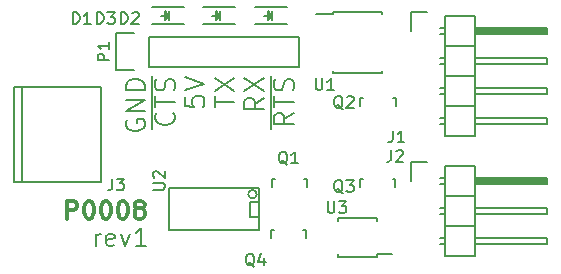
<source format=gto>
G04 #@! TF.FileFunction,Legend,Top*
%FSLAX46Y46*%
G04 Gerber Fmt 4.6, Leading zero omitted, Abs format (unit mm)*
G04 Created by KiCad (PCBNEW 4.0.1-stable) date 3/22/2016 7:23:55 PM*
%MOMM*%
G01*
G04 APERTURE LIST*
%ADD10C,0.100000*%
%ADD11C,0.203200*%
%ADD12C,0.300000*%
%ADD13C,0.150000*%
G04 APERTURE END LIST*
D10*
D11*
X162523714Y-100765429D02*
X162523714Y-99749429D01*
X162523714Y-100039714D02*
X162596286Y-99894571D01*
X162668857Y-99822000D01*
X162814000Y-99749429D01*
X162959143Y-99749429D01*
X164047715Y-100692857D02*
X163902572Y-100765429D01*
X163612286Y-100765429D01*
X163467143Y-100692857D01*
X163394572Y-100547714D01*
X163394572Y-99967143D01*
X163467143Y-99822000D01*
X163612286Y-99749429D01*
X163902572Y-99749429D01*
X164047715Y-99822000D01*
X164120286Y-99967143D01*
X164120286Y-100112286D01*
X163394572Y-100257429D01*
X164628286Y-99749429D02*
X164991143Y-100765429D01*
X165354001Y-99749429D01*
X166732858Y-100765429D02*
X165862001Y-100765429D01*
X166297429Y-100765429D02*
X166297429Y-99241429D01*
X166152286Y-99459143D01*
X166007144Y-99604286D01*
X165862001Y-99676857D01*
D12*
X160072001Y-98468571D02*
X160072001Y-96968571D01*
X160643429Y-96968571D01*
X160786287Y-97040000D01*
X160857715Y-97111429D01*
X160929144Y-97254286D01*
X160929144Y-97468571D01*
X160857715Y-97611429D01*
X160786287Y-97682857D01*
X160643429Y-97754286D01*
X160072001Y-97754286D01*
X161857715Y-96968571D02*
X162000572Y-96968571D01*
X162143429Y-97040000D01*
X162214858Y-97111429D01*
X162286287Y-97254286D01*
X162357715Y-97540000D01*
X162357715Y-97897143D01*
X162286287Y-98182857D01*
X162214858Y-98325714D01*
X162143429Y-98397143D01*
X162000572Y-98468571D01*
X161857715Y-98468571D01*
X161714858Y-98397143D01*
X161643429Y-98325714D01*
X161572001Y-98182857D01*
X161500572Y-97897143D01*
X161500572Y-97540000D01*
X161572001Y-97254286D01*
X161643429Y-97111429D01*
X161714858Y-97040000D01*
X161857715Y-96968571D01*
X163286286Y-96968571D02*
X163429143Y-96968571D01*
X163572000Y-97040000D01*
X163643429Y-97111429D01*
X163714858Y-97254286D01*
X163786286Y-97540000D01*
X163786286Y-97897143D01*
X163714858Y-98182857D01*
X163643429Y-98325714D01*
X163572000Y-98397143D01*
X163429143Y-98468571D01*
X163286286Y-98468571D01*
X163143429Y-98397143D01*
X163072000Y-98325714D01*
X163000572Y-98182857D01*
X162929143Y-97897143D01*
X162929143Y-97540000D01*
X163000572Y-97254286D01*
X163072000Y-97111429D01*
X163143429Y-97040000D01*
X163286286Y-96968571D01*
X164714857Y-96968571D02*
X164857714Y-96968571D01*
X165000571Y-97040000D01*
X165072000Y-97111429D01*
X165143429Y-97254286D01*
X165214857Y-97540000D01*
X165214857Y-97897143D01*
X165143429Y-98182857D01*
X165072000Y-98325714D01*
X165000571Y-98397143D01*
X164857714Y-98468571D01*
X164714857Y-98468571D01*
X164572000Y-98397143D01*
X164500571Y-98325714D01*
X164429143Y-98182857D01*
X164357714Y-97897143D01*
X164357714Y-97540000D01*
X164429143Y-97254286D01*
X164500571Y-97111429D01*
X164572000Y-97040000D01*
X164714857Y-96968571D01*
X166072000Y-97611429D02*
X165929142Y-97540000D01*
X165857714Y-97468571D01*
X165786285Y-97325714D01*
X165786285Y-97254286D01*
X165857714Y-97111429D01*
X165929142Y-97040000D01*
X166072000Y-96968571D01*
X166357714Y-96968571D01*
X166500571Y-97040000D01*
X166572000Y-97111429D01*
X166643428Y-97254286D01*
X166643428Y-97325714D01*
X166572000Y-97468571D01*
X166500571Y-97540000D01*
X166357714Y-97611429D01*
X166072000Y-97611429D01*
X165929142Y-97682857D01*
X165857714Y-97754286D01*
X165786285Y-97897143D01*
X165786285Y-98182857D01*
X165857714Y-98325714D01*
X165929142Y-98397143D01*
X166072000Y-98468571D01*
X166357714Y-98468571D01*
X166500571Y-98397143D01*
X166572000Y-98325714D01*
X166643428Y-98182857D01*
X166643428Y-97897143D01*
X166572000Y-97754286D01*
X166500571Y-97682857D01*
X166357714Y-97611429D01*
D11*
X165100000Y-90133714D02*
X165021381Y-90290952D01*
X165021381Y-90526809D01*
X165100000Y-90762667D01*
X165257238Y-90919905D01*
X165414476Y-90998524D01*
X165728952Y-91077143D01*
X165964810Y-91077143D01*
X166279286Y-90998524D01*
X166436524Y-90919905D01*
X166593762Y-90762667D01*
X166672381Y-90526809D01*
X166672381Y-90369571D01*
X166593762Y-90133714D01*
X166515143Y-90055095D01*
X165964810Y-90055095D01*
X165964810Y-90369571D01*
X166672381Y-89347524D02*
X165021381Y-89347524D01*
X166672381Y-88404095D01*
X165021381Y-88404095D01*
X166672381Y-87617905D02*
X165021381Y-87617905D01*
X165021381Y-87224810D01*
X165100000Y-86988952D01*
X165257238Y-86831714D01*
X165414476Y-86753095D01*
X165728952Y-86674476D01*
X165964810Y-86674476D01*
X166279286Y-86753095D01*
X166436524Y-86831714D01*
X166593762Y-86988952D01*
X166672381Y-87224810D01*
X166672381Y-87617905D01*
X169029743Y-89504762D02*
X169108362Y-89583381D01*
X169186981Y-89819238D01*
X169186981Y-89976476D01*
X169108362Y-90212334D01*
X168951124Y-90369572D01*
X168793886Y-90448191D01*
X168479410Y-90526810D01*
X168243552Y-90526810D01*
X167929076Y-90448191D01*
X167771838Y-90369572D01*
X167614600Y-90212334D01*
X167535981Y-89976476D01*
X167535981Y-89819238D01*
X167614600Y-89583381D01*
X167693219Y-89504762D01*
X167535981Y-89033048D02*
X167535981Y-88089619D01*
X169186981Y-88561334D02*
X167535981Y-88561334D01*
X169108362Y-87617905D02*
X169186981Y-87382048D01*
X169186981Y-86988952D01*
X169108362Y-86831714D01*
X169029743Y-86753095D01*
X168872505Y-86674476D01*
X168715267Y-86674476D01*
X168558029Y-86753095D01*
X168479410Y-86831714D01*
X168400790Y-86988952D01*
X168322171Y-87303429D01*
X168243552Y-87460667D01*
X168164933Y-87539286D01*
X168007695Y-87617905D01*
X167850457Y-87617905D01*
X167693219Y-87539286D01*
X167614600Y-87460667D01*
X167535981Y-87303429D01*
X167535981Y-86910333D01*
X167614600Y-86674476D01*
X167251380Y-90841286D02*
X167251380Y-86360000D01*
X170050581Y-88168238D02*
X170050581Y-88954429D01*
X170836771Y-89033048D01*
X170758152Y-88954429D01*
X170679533Y-88797191D01*
X170679533Y-88404095D01*
X170758152Y-88246857D01*
X170836771Y-88168238D01*
X170994010Y-88089619D01*
X171387105Y-88089619D01*
X171544343Y-88168238D01*
X171622962Y-88246857D01*
X171701581Y-88404095D01*
X171701581Y-88797191D01*
X171622962Y-88954429D01*
X171544343Y-89033048D01*
X170050581Y-87617905D02*
X171701581Y-87067572D01*
X170050581Y-86517238D01*
X172565181Y-89033048D02*
X172565181Y-88089619D01*
X174216181Y-88561334D02*
X172565181Y-88561334D01*
X172565181Y-87696524D02*
X174216181Y-86595857D01*
X172565181Y-86595857D02*
X174216181Y-87696524D01*
X176730781Y-88246857D02*
X175944590Y-88797191D01*
X176730781Y-89190286D02*
X175079781Y-89190286D01*
X175079781Y-88561333D01*
X175158400Y-88404095D01*
X175237019Y-88325476D01*
X175394257Y-88246857D01*
X175630114Y-88246857D01*
X175787352Y-88325476D01*
X175865971Y-88404095D01*
X175944590Y-88561333D01*
X175944590Y-89190286D01*
X175079781Y-87696524D02*
X176730781Y-86595857D01*
X175079781Y-86595857D02*
X176730781Y-87696524D01*
X179245381Y-89504762D02*
X178459190Y-90055096D01*
X179245381Y-90448191D02*
X177594381Y-90448191D01*
X177594381Y-89819238D01*
X177673000Y-89662000D01*
X177751619Y-89583381D01*
X177908857Y-89504762D01*
X178144714Y-89504762D01*
X178301952Y-89583381D01*
X178380571Y-89662000D01*
X178459190Y-89819238D01*
X178459190Y-90448191D01*
X177594381Y-89033048D02*
X177594381Y-88089619D01*
X179245381Y-88561334D02*
X177594381Y-88561334D01*
X179166762Y-87617905D02*
X179245381Y-87382048D01*
X179245381Y-86988952D01*
X179166762Y-86831714D01*
X179088143Y-86753095D01*
X178930905Y-86674476D01*
X178773667Y-86674476D01*
X178616429Y-86753095D01*
X178537810Y-86831714D01*
X178459190Y-86988952D01*
X178380571Y-87303429D01*
X178301952Y-87460667D01*
X178223333Y-87539286D01*
X178066095Y-87617905D01*
X177908857Y-87617905D01*
X177751619Y-87539286D01*
X177673000Y-87460667D01*
X177594381Y-87303429D01*
X177594381Y-86910333D01*
X177673000Y-86674476D01*
X177309780Y-90841286D02*
X177309780Y-86360000D01*
D13*
X186333000Y-101751000D02*
X186333000Y-101501000D01*
X182983000Y-101751000D02*
X182983000Y-101501000D01*
X182983000Y-98401000D02*
X182983000Y-98651000D01*
X186333000Y-98401000D02*
X186333000Y-98651000D01*
X186333000Y-101751000D02*
X182983000Y-101751000D01*
X186333000Y-98401000D02*
X182983000Y-98401000D01*
X186333000Y-101501000D02*
X187583000Y-101501000D01*
X167005000Y-83058000D02*
X179705000Y-83058000D01*
X179705000Y-83058000D02*
X179705000Y-85598000D01*
X179705000Y-85598000D02*
X167005000Y-85598000D01*
X164185000Y-82778000D02*
X165735000Y-82778000D01*
X167005000Y-83058000D02*
X167005000Y-85598000D01*
X165735000Y-85878000D02*
X164185000Y-85878000D01*
X164185000Y-85878000D02*
X164185000Y-82778000D01*
X169968980Y-80530000D02*
X167268980Y-80530000D01*
X169968980Y-82030000D02*
X167268980Y-82030000D01*
X168468980Y-81130000D02*
X168468980Y-81380000D01*
X168468980Y-81380000D02*
X168618980Y-81230000D01*
X168718980Y-81630000D02*
X168718980Y-80930000D01*
X168368980Y-81280000D02*
X168018980Y-81280000D01*
X168718980Y-81280000D02*
X168368980Y-81630000D01*
X168368980Y-81630000D02*
X168368980Y-80930000D01*
X168368980Y-80930000D02*
X168718980Y-81280000D01*
X178671020Y-80530000D02*
X175971020Y-80530000D01*
X178671020Y-82030000D02*
X175971020Y-82030000D01*
X177171020Y-81130000D02*
X177171020Y-81380000D01*
X177171020Y-81380000D02*
X177321020Y-81230000D01*
X177421020Y-81630000D02*
X177421020Y-80930000D01*
X177071020Y-81280000D02*
X176721020Y-81280000D01*
X177421020Y-81280000D02*
X177071020Y-81630000D01*
X177071020Y-81630000D02*
X177071020Y-80930000D01*
X177071020Y-80930000D02*
X177421020Y-81280000D01*
X174286980Y-80530000D02*
X171586980Y-80530000D01*
X174286980Y-82030000D02*
X171586980Y-82030000D01*
X172786980Y-81130000D02*
X172786980Y-81380000D01*
X172786980Y-81380000D02*
X172936980Y-81230000D01*
X173036980Y-81630000D02*
X173036980Y-80930000D01*
X172686980Y-81280000D02*
X172336980Y-81280000D01*
X173036980Y-81280000D02*
X172686980Y-81630000D01*
X172686980Y-81630000D02*
X172686980Y-80930000D01*
X172686980Y-80930000D02*
X173036980Y-81280000D01*
X189200000Y-81000000D02*
X189200000Y-82550000D01*
X190500000Y-81000000D02*
X189200000Y-81000000D01*
X194691000Y-82423000D02*
X200533000Y-82423000D01*
X200533000Y-82423000D02*
X200533000Y-82677000D01*
X200533000Y-82677000D02*
X194691000Y-82677000D01*
X194691000Y-82677000D02*
X194691000Y-82550000D01*
X194691000Y-82550000D02*
X200533000Y-82550000D01*
X192024000Y-82296000D02*
X191643000Y-82296000D01*
X192024000Y-82804000D02*
X191643000Y-82804000D01*
X192024000Y-84836000D02*
X191643000Y-84836000D01*
X192024000Y-85344000D02*
X191643000Y-85344000D01*
X192024000Y-87376000D02*
X191643000Y-87376000D01*
X192024000Y-87884000D02*
X191643000Y-87884000D01*
X192024000Y-90424000D02*
X191643000Y-90424000D01*
X192024000Y-89916000D02*
X191643000Y-89916000D01*
X192024000Y-81280000D02*
X194564000Y-81280000D01*
X192024000Y-83820000D02*
X194564000Y-83820000D01*
X192024000Y-83820000D02*
X192024000Y-86360000D01*
X192024000Y-86360000D02*
X194564000Y-86360000D01*
X194564000Y-84836000D02*
X200660000Y-84836000D01*
X200660000Y-84836000D02*
X200660000Y-85344000D01*
X200660000Y-85344000D02*
X194564000Y-85344000D01*
X194564000Y-86360000D02*
X194564000Y-83820000D01*
X194564000Y-83820000D02*
X194564000Y-81280000D01*
X200660000Y-82804000D02*
X194564000Y-82804000D01*
X200660000Y-82296000D02*
X200660000Y-82804000D01*
X194564000Y-82296000D02*
X200660000Y-82296000D01*
X192024000Y-83820000D02*
X194564000Y-83820000D01*
X192024000Y-81280000D02*
X192024000Y-83820000D01*
X192024000Y-88900000D02*
X194564000Y-88900000D01*
X192024000Y-88900000D02*
X192024000Y-91440000D01*
X192024000Y-91440000D02*
X194564000Y-91440000D01*
X194564000Y-89916000D02*
X200660000Y-89916000D01*
X200660000Y-89916000D02*
X200660000Y-90424000D01*
X200660000Y-90424000D02*
X194564000Y-90424000D01*
X194564000Y-91440000D02*
X194564000Y-88900000D01*
X194564000Y-88900000D02*
X194564000Y-86360000D01*
X200660000Y-87884000D02*
X194564000Y-87884000D01*
X200660000Y-87376000D02*
X200660000Y-87884000D01*
X194564000Y-87376000D02*
X200660000Y-87376000D01*
X192024000Y-88900000D02*
X194564000Y-88900000D01*
X192024000Y-86360000D02*
X192024000Y-88900000D01*
X192024000Y-86360000D02*
X194564000Y-86360000D01*
X189200000Y-93700000D02*
X189200000Y-95250000D01*
X190500000Y-93700000D02*
X189200000Y-93700000D01*
X194691000Y-95123000D02*
X200533000Y-95123000D01*
X200533000Y-95123000D02*
X200533000Y-95377000D01*
X200533000Y-95377000D02*
X194691000Y-95377000D01*
X194691000Y-95377000D02*
X194691000Y-95250000D01*
X194691000Y-95250000D02*
X200533000Y-95250000D01*
X192024000Y-94996000D02*
X191643000Y-94996000D01*
X192024000Y-95504000D02*
X191643000Y-95504000D01*
X192024000Y-97536000D02*
X191643000Y-97536000D01*
X192024000Y-98044000D02*
X191643000Y-98044000D01*
X192024000Y-100076000D02*
X191643000Y-100076000D01*
X192024000Y-100584000D02*
X191643000Y-100584000D01*
X194564000Y-96520000D02*
X194564000Y-93980000D01*
X200660000Y-95504000D02*
X194564000Y-95504000D01*
X200660000Y-94996000D02*
X200660000Y-95504000D01*
X194564000Y-94996000D02*
X200660000Y-94996000D01*
X192024000Y-96520000D02*
X194564000Y-96520000D01*
X192024000Y-93980000D02*
X192024000Y-96520000D01*
X192024000Y-93980000D02*
X194564000Y-93980000D01*
X192024000Y-99060000D02*
X194564000Y-99060000D01*
X192024000Y-99060000D02*
X192024000Y-101600000D01*
X194564000Y-100076000D02*
X200660000Y-100076000D01*
X200660000Y-100076000D02*
X200660000Y-100584000D01*
X200660000Y-100584000D02*
X194564000Y-100584000D01*
X194564000Y-101600000D02*
X194564000Y-99060000D01*
X194564000Y-99060000D02*
X194564000Y-96520000D01*
X200660000Y-98044000D02*
X194564000Y-98044000D01*
X200660000Y-97536000D02*
X200660000Y-98044000D01*
X194564000Y-97536000D02*
X200660000Y-97536000D01*
X192024000Y-99060000D02*
X194564000Y-99060000D01*
X192024000Y-96520000D02*
X192024000Y-99060000D01*
X192024000Y-96520000D02*
X194564000Y-96520000D01*
X192024000Y-101600000D02*
X194564000Y-101600000D01*
X180181160Y-95123000D02*
X180132900Y-95123000D01*
X177382180Y-95824040D02*
X177382180Y-95123000D01*
X177382180Y-95123000D02*
X177631100Y-95123000D01*
X180181160Y-95123000D02*
X180381820Y-95123000D01*
X180381820Y-95123000D02*
X180381820Y-95824040D01*
X187674160Y-88249760D02*
X187625900Y-88249760D01*
X184875180Y-88950800D02*
X184875180Y-88249760D01*
X184875180Y-88249760D02*
X185124100Y-88249760D01*
X187674160Y-88249760D02*
X187874820Y-88249760D01*
X187874820Y-88249760D02*
X187874820Y-88950800D01*
X187669160Y-95123000D02*
X187620900Y-95123000D01*
X184870180Y-95824040D02*
X184870180Y-95123000D01*
X184870180Y-95123000D02*
X185119100Y-95123000D01*
X187669160Y-95123000D02*
X187869820Y-95123000D01*
X187869820Y-95123000D02*
X187869820Y-95824040D01*
X182583000Y-80991000D02*
X182583000Y-81136000D01*
X186733000Y-80991000D02*
X186733000Y-81136000D01*
X186733000Y-86141000D02*
X186733000Y-85996000D01*
X182583000Y-86141000D02*
X182583000Y-85996000D01*
X182583000Y-80991000D02*
X186733000Y-80991000D01*
X182583000Y-86141000D02*
X186733000Y-86141000D01*
X182583000Y-81136000D02*
X181183000Y-81136000D01*
X168656000Y-99441000D02*
X176276000Y-99441000D01*
X176276000Y-95885000D02*
X168656000Y-95885000D01*
X168656000Y-99441000D02*
X168656000Y-95885000D01*
X176276000Y-95885000D02*
X176276000Y-99441000D01*
X176127210Y-96393000D02*
G75*
G03X176127210Y-96393000I-359210J0D01*
G01*
X176276000Y-98298000D02*
X175514000Y-98298000D01*
X175514000Y-98298000D02*
X175514000Y-97028000D01*
X175514000Y-97028000D02*
X176276000Y-97028000D01*
X155595000Y-87328000D02*
X155595000Y-95328000D01*
X162915000Y-87328000D02*
X162915000Y-95328000D01*
X162915000Y-95328000D02*
X155595000Y-95328000D01*
X156215000Y-95328000D02*
X156215000Y-87328000D01*
X155595000Y-87328000D02*
X162915000Y-87328000D01*
X180115160Y-99425760D02*
X180066900Y-99425760D01*
X177316180Y-100126800D02*
X177316180Y-99425760D01*
X177316180Y-99425760D02*
X177565100Y-99425760D01*
X180115160Y-99425760D02*
X180315820Y-99425760D01*
X180315820Y-99425760D02*
X180315820Y-100126800D01*
X182118095Y-96988381D02*
X182118095Y-97797905D01*
X182165714Y-97893143D01*
X182213333Y-97940762D01*
X182308571Y-97988381D01*
X182499048Y-97988381D01*
X182594286Y-97940762D01*
X182641905Y-97893143D01*
X182689524Y-97797905D01*
X182689524Y-96988381D01*
X183070476Y-96988381D02*
X183689524Y-96988381D01*
X183356190Y-97369333D01*
X183499048Y-97369333D01*
X183594286Y-97416952D01*
X183641905Y-97464571D01*
X183689524Y-97559810D01*
X183689524Y-97797905D01*
X183641905Y-97893143D01*
X183594286Y-97940762D01*
X183499048Y-97988381D01*
X183213333Y-97988381D01*
X183118095Y-97940762D01*
X183070476Y-97893143D01*
X163647381Y-85066095D02*
X162647381Y-85066095D01*
X162647381Y-84685142D01*
X162695000Y-84589904D01*
X162742619Y-84542285D01*
X162837857Y-84494666D01*
X162980714Y-84494666D01*
X163075952Y-84542285D01*
X163123571Y-84589904D01*
X163171190Y-84685142D01*
X163171190Y-85066095D01*
X163647381Y-83542285D02*
X163647381Y-84113714D01*
X163647381Y-83828000D02*
X162647381Y-83828000D01*
X162790238Y-83923238D01*
X162885476Y-84018476D01*
X162933095Y-84113714D01*
X160551905Y-81986381D02*
X160551905Y-80986381D01*
X160790000Y-80986381D01*
X160932858Y-81034000D01*
X161028096Y-81129238D01*
X161075715Y-81224476D01*
X161123334Y-81414952D01*
X161123334Y-81557810D01*
X161075715Y-81748286D01*
X161028096Y-81843524D01*
X160932858Y-81938762D01*
X160790000Y-81986381D01*
X160551905Y-81986381D01*
X162075715Y-81986381D02*
X161504286Y-81986381D01*
X161790000Y-81986381D02*
X161790000Y-80986381D01*
X161694762Y-81129238D01*
X161599524Y-81224476D01*
X161504286Y-81272095D01*
X164615905Y-81986381D02*
X164615905Y-80986381D01*
X164854000Y-80986381D01*
X164996858Y-81034000D01*
X165092096Y-81129238D01*
X165139715Y-81224476D01*
X165187334Y-81414952D01*
X165187334Y-81557810D01*
X165139715Y-81748286D01*
X165092096Y-81843524D01*
X164996858Y-81938762D01*
X164854000Y-81986381D01*
X164615905Y-81986381D01*
X165568286Y-81081619D02*
X165615905Y-81034000D01*
X165711143Y-80986381D01*
X165949239Y-80986381D01*
X166044477Y-81034000D01*
X166092096Y-81081619D01*
X166139715Y-81176857D01*
X166139715Y-81272095D01*
X166092096Y-81414952D01*
X165520667Y-81986381D01*
X166139715Y-81986381D01*
X162583905Y-81986381D02*
X162583905Y-80986381D01*
X162822000Y-80986381D01*
X162964858Y-81034000D01*
X163060096Y-81129238D01*
X163107715Y-81224476D01*
X163155334Y-81414952D01*
X163155334Y-81557810D01*
X163107715Y-81748286D01*
X163060096Y-81843524D01*
X162964858Y-81938762D01*
X162822000Y-81986381D01*
X162583905Y-81986381D01*
X163488667Y-80986381D02*
X164107715Y-80986381D01*
X163774381Y-81367333D01*
X163917239Y-81367333D01*
X164012477Y-81414952D01*
X164060096Y-81462571D01*
X164107715Y-81557810D01*
X164107715Y-81795905D01*
X164060096Y-81891143D01*
X164012477Y-81938762D01*
X163917239Y-81986381D01*
X163631524Y-81986381D01*
X163536286Y-81938762D01*
X163488667Y-81891143D01*
X187626667Y-91019381D02*
X187626667Y-91733667D01*
X187579047Y-91876524D01*
X187483809Y-91971762D01*
X187340952Y-92019381D01*
X187245714Y-92019381D01*
X188626667Y-92019381D02*
X188055238Y-92019381D01*
X188340952Y-92019381D02*
X188340952Y-91019381D01*
X188245714Y-91162238D01*
X188150476Y-91257476D01*
X188055238Y-91305095D01*
X187499667Y-92670381D02*
X187499667Y-93384667D01*
X187452047Y-93527524D01*
X187356809Y-93622762D01*
X187213952Y-93670381D01*
X187118714Y-93670381D01*
X187928238Y-92765619D02*
X187975857Y-92718000D01*
X188071095Y-92670381D01*
X188309191Y-92670381D01*
X188404429Y-92718000D01*
X188452048Y-92765619D01*
X188499667Y-92860857D01*
X188499667Y-92956095D01*
X188452048Y-93098952D01*
X187880619Y-93670381D01*
X188499667Y-93670381D01*
X178720762Y-93892619D02*
X178625524Y-93845000D01*
X178530286Y-93749762D01*
X178387429Y-93606905D01*
X178292190Y-93559286D01*
X178196952Y-93559286D01*
X178244571Y-93797381D02*
X178149333Y-93749762D01*
X178054095Y-93654524D01*
X178006476Y-93464048D01*
X178006476Y-93130714D01*
X178054095Y-92940238D01*
X178149333Y-92845000D01*
X178244571Y-92797381D01*
X178435048Y-92797381D01*
X178530286Y-92845000D01*
X178625524Y-92940238D01*
X178673143Y-93130714D01*
X178673143Y-93464048D01*
X178625524Y-93654524D01*
X178530286Y-93749762D01*
X178435048Y-93797381D01*
X178244571Y-93797381D01*
X179625524Y-93797381D02*
X179054095Y-93797381D01*
X179339809Y-93797381D02*
X179339809Y-92797381D01*
X179244571Y-92940238D01*
X179149333Y-93035476D01*
X179054095Y-93083095D01*
X183419762Y-89193619D02*
X183324524Y-89146000D01*
X183229286Y-89050762D01*
X183086429Y-88907905D01*
X182991190Y-88860286D01*
X182895952Y-88860286D01*
X182943571Y-89098381D02*
X182848333Y-89050762D01*
X182753095Y-88955524D01*
X182705476Y-88765048D01*
X182705476Y-88431714D01*
X182753095Y-88241238D01*
X182848333Y-88146000D01*
X182943571Y-88098381D01*
X183134048Y-88098381D01*
X183229286Y-88146000D01*
X183324524Y-88241238D01*
X183372143Y-88431714D01*
X183372143Y-88765048D01*
X183324524Y-88955524D01*
X183229286Y-89050762D01*
X183134048Y-89098381D01*
X182943571Y-89098381D01*
X183753095Y-88193619D02*
X183800714Y-88146000D01*
X183895952Y-88098381D01*
X184134048Y-88098381D01*
X184229286Y-88146000D01*
X184276905Y-88193619D01*
X184324524Y-88288857D01*
X184324524Y-88384095D01*
X184276905Y-88526952D01*
X183705476Y-89098381D01*
X184324524Y-89098381D01*
X183419762Y-96305619D02*
X183324524Y-96258000D01*
X183229286Y-96162762D01*
X183086429Y-96019905D01*
X182991190Y-95972286D01*
X182895952Y-95972286D01*
X182943571Y-96210381D02*
X182848333Y-96162762D01*
X182753095Y-96067524D01*
X182705476Y-95877048D01*
X182705476Y-95543714D01*
X182753095Y-95353238D01*
X182848333Y-95258000D01*
X182943571Y-95210381D01*
X183134048Y-95210381D01*
X183229286Y-95258000D01*
X183324524Y-95353238D01*
X183372143Y-95543714D01*
X183372143Y-95877048D01*
X183324524Y-96067524D01*
X183229286Y-96162762D01*
X183134048Y-96210381D01*
X182943571Y-96210381D01*
X183705476Y-95210381D02*
X184324524Y-95210381D01*
X183991190Y-95591333D01*
X184134048Y-95591333D01*
X184229286Y-95638952D01*
X184276905Y-95686571D01*
X184324524Y-95781810D01*
X184324524Y-96019905D01*
X184276905Y-96115143D01*
X184229286Y-96162762D01*
X184134048Y-96210381D01*
X183848333Y-96210381D01*
X183753095Y-96162762D01*
X183705476Y-96115143D01*
X181102095Y-86574381D02*
X181102095Y-87383905D01*
X181149714Y-87479143D01*
X181197333Y-87526762D01*
X181292571Y-87574381D01*
X181483048Y-87574381D01*
X181578286Y-87526762D01*
X181625905Y-87479143D01*
X181673524Y-87383905D01*
X181673524Y-86574381D01*
X182673524Y-87574381D02*
X182102095Y-87574381D01*
X182387809Y-87574381D02*
X182387809Y-86574381D01*
X182292571Y-86717238D01*
X182197333Y-86812476D01*
X182102095Y-86860095D01*
X167346381Y-96011905D02*
X168155905Y-96011905D01*
X168251143Y-95964286D01*
X168298762Y-95916667D01*
X168346381Y-95821429D01*
X168346381Y-95630952D01*
X168298762Y-95535714D01*
X168251143Y-95488095D01*
X168155905Y-95440476D01*
X167346381Y-95440476D01*
X167441619Y-95011905D02*
X167394000Y-94964286D01*
X167346381Y-94869048D01*
X167346381Y-94630952D01*
X167394000Y-94535714D01*
X167441619Y-94488095D01*
X167536857Y-94440476D01*
X167632095Y-94440476D01*
X167774952Y-94488095D01*
X168346381Y-95059524D01*
X168346381Y-94440476D01*
X163877667Y-95083381D02*
X163877667Y-95797667D01*
X163830047Y-95940524D01*
X163734809Y-96035762D01*
X163591952Y-96083381D01*
X163496714Y-96083381D01*
X164258619Y-95083381D02*
X164877667Y-95083381D01*
X164544333Y-95464333D01*
X164687191Y-95464333D01*
X164782429Y-95511952D01*
X164830048Y-95559571D01*
X164877667Y-95654810D01*
X164877667Y-95892905D01*
X164830048Y-95988143D01*
X164782429Y-96035762D01*
X164687191Y-96083381D01*
X164401476Y-96083381D01*
X164306238Y-96035762D01*
X164258619Y-95988143D01*
X175926762Y-102528619D02*
X175831524Y-102481000D01*
X175736286Y-102385762D01*
X175593429Y-102242905D01*
X175498190Y-102195286D01*
X175402952Y-102195286D01*
X175450571Y-102433381D02*
X175355333Y-102385762D01*
X175260095Y-102290524D01*
X175212476Y-102100048D01*
X175212476Y-101766714D01*
X175260095Y-101576238D01*
X175355333Y-101481000D01*
X175450571Y-101433381D01*
X175641048Y-101433381D01*
X175736286Y-101481000D01*
X175831524Y-101576238D01*
X175879143Y-101766714D01*
X175879143Y-102100048D01*
X175831524Y-102290524D01*
X175736286Y-102385762D01*
X175641048Y-102433381D01*
X175450571Y-102433381D01*
X176736286Y-101766714D02*
X176736286Y-102433381D01*
X176498190Y-101385762D02*
X176260095Y-102100048D01*
X176879143Y-102100048D01*
M02*

</source>
